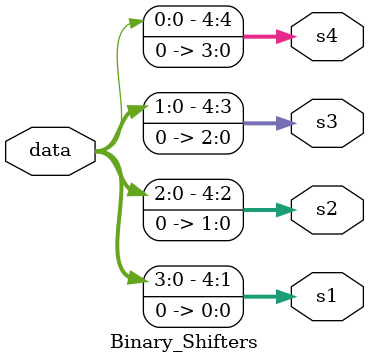
<source format=v>
`timescale 1ns / 1ps


module Binary_Shifters(s1, s2, s3, s4, data);
input [4:0] data;
output [4:0] s1, s2, s3, s4;

//Left shifting 
assign s1 = data << 1;
assign s2 = data << 2;
assign s3 = data << 3;
assign s4 = data << 4;
endmodule

</source>
